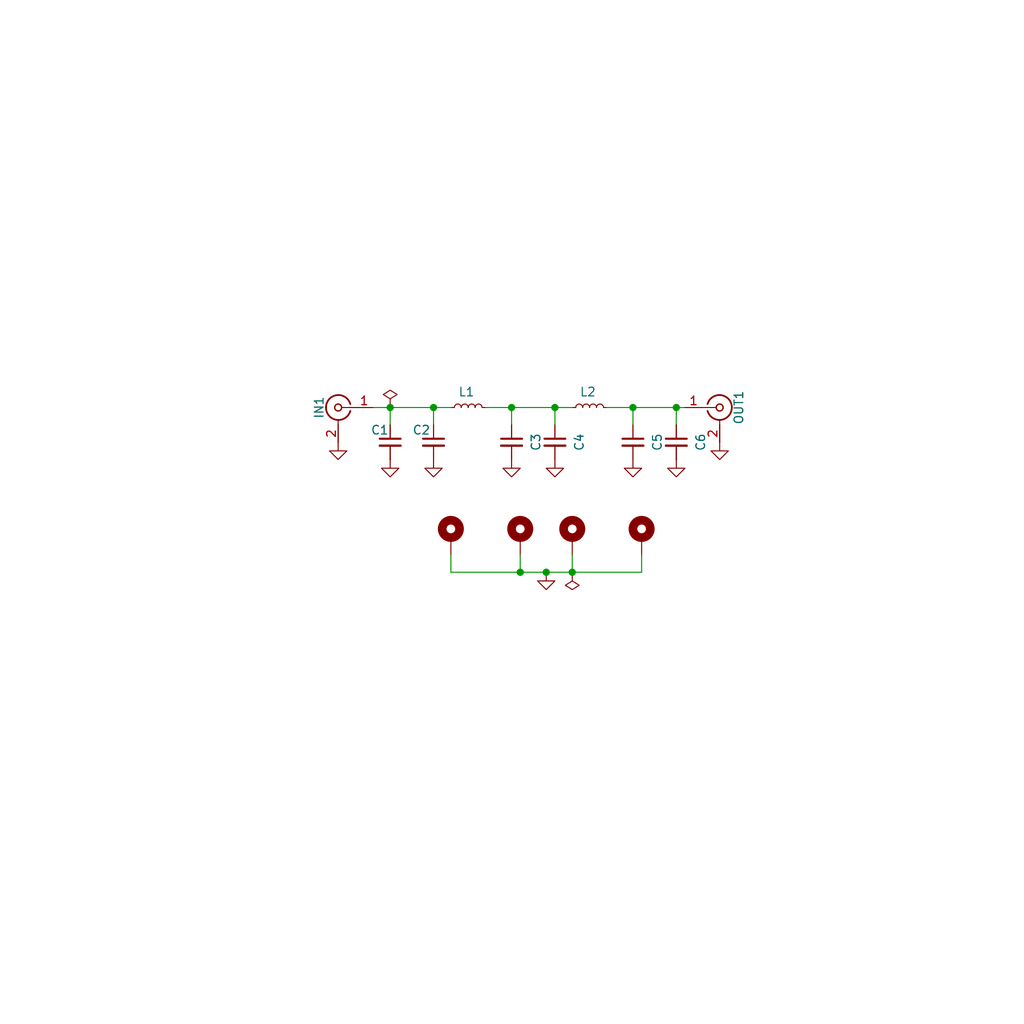
<source format=kicad_sch>
(kicad_sch (version 20240602) (generator "eeschema") (generator_version "8.99")
  (paper "User" 150.012 150.012)
  (title_block (title "5-Pole LPF") (date "2024-06-25") (rev "1.01") (company "Dhiru Kholia (VU3CER)"))
  (lib_symbols
    (symbol "Conn_Coaxial_1" (pin_names (offset 1.016) hide)
      (property "Reference" "J" (at 0.254 3.048 0))
      (property "Value" "Conn_Coaxial" (at 2.921 0 90))
      (symbol "Conn_Coaxial_1_0_1"
        (polyline (pts (xy -2.54 0) (xy -0.508 0)))
        (arc (start 1.778 0) (mid 0.222 -1.8079) (end -1.778 -0.508) (stroke (width 0.254)))
        (arc (start -1.778 0.508) (mid 0.2221 1.8084) (end 1.778 0) (stroke (width 0.254)))
        (circle (center 0 0) (radius 0.508) (stroke (width 0.2032)))
        (polyline (pts (xy 0 -2.54) (xy 0 -1.778)))
      )
      (symbol "Conn_Coaxial_1_1_1"
        (pin passive line (at -5.08 0 0) (length 2.54) (name "In") (number "1"))
        (pin passive line (at 0 -5.08 90) (length 2.54) (name "Ext") (number "2"))
      )
    )
    (symbol "Connector:Conn_Coaxial" (pin_names (offset 1.016) hide)
      (property "Reference" "J" (at 0.254 3.048 0))
      (property "Value" "Conn_Coaxial" (at 2.921 0 90))
      (symbol "Conn_Coaxial_0_1"
        (polyline (pts (xy -2.54 0) (xy -0.508 0)))
        (arc (start 1.778 0) (mid 0.222 -1.8079) (end -1.778 -0.508) (stroke (width 0.254)))
        (arc (start -1.778 0.508) (mid 0.2221 1.8084) (end 1.778 0) (stroke (width 0.254)))
        (circle (center 0 0) (radius 0.508) (stroke (width 0.2032)))
        (polyline (pts (xy 0 -2.54) (xy 0 -1.778)))
      )
      (symbol "Conn_Coaxial_1_1"
        (pin passive line (at -5.08 0 0) (length 2.54) (name "In") (number "1"))
        (pin passive line (at 0 -5.08 90) (length 2.54) (name "Ext") (number "2"))
      )
    )
    (symbol "Device:C_Small" (pin_numbers hide) (pin_names (offset 0.254) hide)
      (property "Reference" "C" (at 0.254 1.778 0))
      (property "Value" "C_Small" (at 0.254 -2.032 0))
      (symbol "C_Small_0_1"
        (polyline (pts (xy -1.524 0.508) (xy 1.524 0.508)) (stroke (width 0.3048)))
        (polyline (pts (xy -1.524 -0.508) (xy 1.524 -0.508)) (stroke (width 0.3302)))
      )
      (symbol "C_Small_1_1"
        (pin passive line (at 0 2.54 270) (length 2.032) (name "~") (number "1"))
        (pin passive line (at 0 -2.54 90) (length 2.032) (name "~") (number "2"))
      )
    )
    (symbol "Device:L_Small" (pin_numbers hide) (pin_names (offset 0.254) hide)
      (property "Reference" "L" (at 0.762 1.016 0))
      (property "Value" "L_Small" (at 0.762 -1.016 0))
      (symbol "L_Small_0_1"
        (arc (start 0 2.032) (mid 0.5058 1.524) (end 0 1.016))
        (arc (start 0 1.016) (mid 0.5058 0.508) (end 0 0))
        (arc (start 0 0) (mid 0.5058 -0.508) (end 0 -1.016))
        (arc (start 0 -1.016) (mid 0.5058 -1.524) (end 0 -2.032))
      )
      (symbol "L_Small_1_1"
        (pin passive line (at 0 2.54 270) (length 0.508) (name "~") (number "1"))
        (pin passive line (at 0 -2.54 90) (length 0.508) (name "~") (number "2"))
      )
    )
    (symbol "Mechanical:MountingHole_Pad" (pin_numbers hide) (pin_names (offset 1.016) hide)
      (property "Reference" "H" (at 0 6.35 0))
      (property "Value" "MountingHole_Pad" (at 0 4.445 0))
      (symbol "MountingHole_Pad_0_1"
        (circle (center 0 1.27) (radius 1.27) (stroke (width 1.27)))
      )
      (symbol "MountingHole_Pad_1_1"
        (pin input line (at 0 -2.54 90) (length 2.54) (name "1") (number "1"))
      )
    )
    (symbol "power:GND" (power) (pin_numbers hide) (pin_names (offset 0) hide)
      (property "Value" "GND" (at 0 -3.81 0))
      (symbol "GND_0_1"
        (polyline (pts (xy 0 0) (xy 0 -1.27) (xy 1.27 -1.27) (xy 0 -2.54) (xy -1.27 -1.27) (xy 0 -1.27)))
      )
      (symbol "GND_1_1"
        (pin power_in line (at 0 0 270) (length 0) (name "~") (number "1"))
      )
    )
    (symbol "power:PWR_FLAG" (power) (pin_numbers hide) (pin_names (offset 0) hide)
      (property "Value" "PWR_FLAG" (at 0 3.81 0))
      (symbol "PWR_FLAG_0_0"
        (pin power_out line (at 0 0 90) (length 0) (name "~") (number "1"))
      )
      (symbol "PWR_FLAG_0_1"
        (polyline (pts (xy 0 0) (xy 0 1.27) (xy -1.016 1.905) (xy 0 2.54) (xy 1.016 1.905) (xy 0 1.27)))
      )
    )
  )
  (junction (at 74.93 59.69))
  (junction (at 92.71 59.69))
  (junction (at 99.06 59.69))
  (junction (at 57.15 59.69))
  (junction (at 76.2 83.82))
  (junction (at 80.01 83.82))
  (junction (at 81.28 59.69))
  (junction (at 63.5 59.69))
  (junction (at 83.82 83.82))
  (wire (pts (xy 54.61 59.69) (xy 57.15 59.69)))
  (wire (pts (xy 80.01 83.82) (xy 83.82 83.82)))
  (wire (pts (xy 63.5 59.69) (xy 63.5 62.23)))
  (wire (pts (xy 83.82 81.28) (xy 83.82 83.82)))
  (wire (pts (xy 57.15 62.23) (xy 57.15 59.69)))
  (wire (pts (xy 99.06 59.69) (xy 100.33 59.69)))
  (wire (pts (xy 63.5 59.69) (xy 66.04 59.69)))
  (wire (pts (xy 81.28 59.69) (xy 81.28 62.23)))
  (wire (pts (xy 99.06 59.69) (xy 99.06 62.23)))
  (wire (pts (xy 92.71 59.69) (xy 99.06 59.69)))
  (wire (pts (xy 81.28 59.69) (xy 83.82 59.69)))
  (wire (pts (xy 66.04 83.82) (xy 76.2 83.82)))
  (wire (pts (xy 71.12 59.69) (xy 74.93 59.69)))
  (wire (pts (xy 88.9 59.69) (xy 92.71 59.69)))
  (wire (pts (xy 93.98 83.82) (xy 93.98 81.28)))
  (wire (pts (xy 74.93 59.69) (xy 81.28 59.69)))
  (wire (pts (xy 74.93 62.23) (xy 74.93 59.69)))
  (wire (pts (xy 76.2 81.28) (xy 76.2 83.82)))
  (wire (pts (xy 76.2 83.82) (xy 80.01 83.82)))
  (wire (pts (xy 92.71 62.23) (xy 92.71 59.69)))
  (wire (pts (xy 66.04 81.28) (xy 66.04 83.82)))
  (wire (pts (xy 57.15 59.69) (xy 63.5 59.69)))
  (wire (pts (xy 83.82 83.82) (xy 93.98 83.82)))
  (symbol (lib_id "Device:L_Small") (at 86.36 59.69 90) (unit 1)
    (property "Reference" "L2" (at 86.106 57.404 90))
    (property "Value" "L_Small" (effects (hide yes)))
    (property "Footprint" "Inductor_THT:L_Toroid_Vertical_L10.0mm_W5.0mm_P5.08mm" (effects (hide yes)))
    (property "Description" "Inductor, small symbol" (effects (hide yes)))
  )
  (symbol (lib_id "power:GND") (at 92.71 67.31 0) (unit 1)
    (property "Reference" "#PWR06" (effects (hide yes)))
    (property "Value" "GND" (effects (hide yes)))
    (property "Description" "Power symbol creates a global label with name \"GND\" , ground" (effects (hide yes)))
  )
  (symbol (lib_id "power:GND") (at 99.06 67.31 0) (unit 1)
    (property "Reference" "#PWR07" (effects (hide yes)))
    (property "Value" "GND" (effects (hide yes)))
    (property "Description" "Power symbol creates a global label with name \"GND\" , ground" (effects (hide yes)))
  )
  (symbol (lib_name "Conn_Coaxial_1") (lib_id "Connector:Conn_Coaxial") (at 49.53 59.69 0) (mirror y) (unit 1)
    (property "Reference" "IN1" (at 46.736 59.69 90))
    (property "Value" "SMA" (effects (hide yes)))
    (property "Footprint" "Connector_Coaxial:SMA_Samtec_SMA-J-P-H-ST-EM1_EdgeMount" (effects (hide yes)))
    (property "Description" "coaxial connector (BNC, SMA, SMB, SMC, Cinch/RCA, LEMO, ...)" (effects (hide yes)))
  )
  (symbol (lib_id "power:GND") (at 63.5 67.31 0) (unit 1)
    (property "Reference" "#PWR05" (effects (hide yes)))
    (property "Value" "GND" (effects (hide yes)))
    (property "Description" "Power symbol creates a global label with name \"GND\" , ground" (effects (hide yes)))
  )
  (symbol (lib_id "Device:C_Small") (at 99.06 64.77 0) (unit 1)
    (property "Reference" "C6" (at 102.616 64.77 90))
    (property "Value" "100n" (effects (hide yes)))
    (property "Footprint" "Capacitor_THT:C_Disc_D5.0mm_W2.5mm_P5.00mm" (effects (hide yes)))
    (property "Description" "Unpolarized capacitor, small symbol" (effects (hide yes)))
  )
  (symbol (lib_id "Mechanical:MountingHole_Pad") (at 66.04 78.74 0) (unit 1)
    (property "Reference" "H1" (effects (hide yes)))
    (property "Value" "MountingHole_Pad" (effects (hide yes)))
    (property "Footprint" "MountingHole:MountingHole_2.2mm_M2_Pad_Via" (effects (hide yes)))
  )
  (symbol (lib_id "Device:L_Small") (at 68.58 59.69 90) (unit 1)
    (property "Reference" "L1" (at 68.326 57.404 90))
    (property "Value" "L_Small" (effects (hide yes)))
    (property "Footprint" "Inductor_THT:L_Toroid_Vertical_L10.0mm_W5.0mm_P5.08mm" (effects (hide yes)))
    (property "Description" "Inductor, small symbol" (effects (hide yes)))
  )
  (symbol (lib_id "power:PWR_FLAG") (at 57.15 59.69 0) (unit 1)
    (property "Reference" "#FLG01" (effects (hide yes)))
    (property "Value" "PWR_FLAG" (effects (hide yes)))
    (property "Description" "Special symbol for telling ERC where power comes from" (effects (hide yes)))
  )
  (symbol (lib_id "power:GND") (at 105.41 64.77 0) (mirror y) (unit 1)
    (property "Reference" "#PWR03" (effects (hide yes)))
    (property "Value" "GND" (effects (hide yes)))
    (property "Description" "Power symbol creates a global label with name \"GND\" , ground" (effects (hide yes)))
  )
  (symbol (lib_id "power:GND") (at 57.15 67.31 0) (unit 1)
    (property "Reference" "#PWR04" (effects (hide yes)))
    (property "Value" "GND" (effects (hide yes)))
    (property "Description" "Power symbol creates a global label with name \"GND\" , ground" (effects (hide yes)))
  )
  (symbol (lib_id "Mechanical:MountingHole_Pad") (at 76.2 78.74 0) (unit 1)
    (property "Reference" "H2" (effects (hide yes)))
    (property "Value" "MountingHole_Pad" (effects (hide yes)))
    (property "Footprint" "MountingHole:MountingHole_2.2mm_M2_Pad_Via" (effects (hide yes)))
  )
  (symbol (lib_id "power:GND") (at 80.01 83.82 0) (unit 1)
    (property "Reference" "#PWR01" (effects (hide yes)))
    (property "Value" "GND" (effects (hide yes)))
    (property "Description" "Power symbol creates a global label with name \"GND\" , ground" (effects (hide yes)))
  )
  (symbol (lib_id "power:GND") (at 74.93 67.31 0) (unit 1)
    (property "Reference" "#PWR08" (effects (hide yes)))
    (property "Value" "GND" (effects (hide yes)))
    (property "Description" "Power symbol creates a global label with name \"GND\" , ground" (effects (hide yes)))
  )
  (symbol (lib_id "power:GND") (at 49.53 64.77 0) (unit 1)
    (property "Reference" "#PWR02" (effects (hide yes)))
    (property "Value" "GND" (effects (hide yes)))
    (property "Description" "Power symbol creates a global label with name \"GND\" , ground" (effects (hide yes)))
  )
  (symbol (lib_id "power:GND") (at 81.28 67.31 0) (unit 1)
    (property "Reference" "#PWR09" (effects (hide yes)))
    (property "Value" "GND" (effects (hide yes)))
    (property "Description" "Power symbol creates a global label with name \"GND\" , ground" (effects (hide yes)))
  )
  (symbol (lib_id "Device:C_Small") (at 92.71 64.77 0) (unit 1)
    (property "Reference" "C5" (at 96.266 64.77 90))
    (property "Value" "100n" (effects (hide yes)))
    (property "Footprint" "Capacitor_THT:C_Disc_D5.0mm_W2.5mm_P5.00mm" (effects (hide yes)))
    (property "Description" "Unpolarized capacitor, small symbol" (effects (hide yes)))
  )
  (symbol (lib_id "Device:C_Small") (at 57.15 64.77 0) (unit 1)
    (property "Reference" "C1" (at 55.626 62.992 0))
    (property "Value" "100n" (effects (hide yes)))
    (property "Footprint" "Capacitor_THT:C_Disc_D5.0mm_W2.5mm_P5.00mm" (effects (hide yes)))
    (property "Description" "Unpolarized capacitor, small symbol" (effects (hide yes)))
  )
  (symbol (lib_id "Device:C_Small") (at 63.5 64.77 0) (unit 1)
    (property "Reference" "C2" (at 61.722 62.992 0))
    (property "Value" "100n" (effects (hide yes)))
    (property "Footprint" "Capacitor_THT:C_Disc_D5.0mm_W2.5mm_P5.00mm" (effects (hide yes)))
    (property "Description" "Unpolarized capacitor, small symbol" (effects (hide yes)))
  )
  (symbol (lib_id "Device:C_Small") (at 81.28 64.77 0) (unit 1)
    (property "Reference" "C4" (at 84.836 64.77 90))
    (property "Value" "100n" (effects (hide yes)))
    (property "Footprint" "Capacitor_THT:C_Disc_D5.0mm_W2.5mm_P5.00mm" (effects (hide yes)))
    (property "Description" "Unpolarized capacitor, small symbol" (effects (hide yes)))
  )
  (symbol (lib_id "power:PWR_FLAG") (at 83.82 83.82 180) (unit 1)
    (property "Reference" "#FLG02" (effects (hide yes)))
    (property "Value" "PWR_FLAG" (effects (hide yes)))
    (property "Description" "Special symbol for telling ERC where power comes from" (effects (hide yes)))
  )
  (symbol (lib_id "Mechanical:MountingHole_Pad") (at 83.82 78.74 0) (unit 1)
    (property "Reference" "H3" (effects (hide yes)))
    (property "Value" "MountingHole_Pad" (effects (hide yes)))
    (property "Footprint" "MountingHole:MountingHole_2.2mm_M2_Pad_Via" (effects (hide yes)))
  )
  (symbol (lib_id "Device:C_Small") (at 74.93 64.77 0) (unit 1)
    (property "Reference" "C3" (at 78.486 64.77 90))
    (property "Value" "100n" (effects (hide yes)))
    (property "Footprint" "Capacitor_THT:C_Disc_D5.0mm_W2.5mm_P5.00mm" (effects (hide yes)))
    (property "Description" "Unpolarized capacitor, small symbol" (effects (hide yes)))
  )
  (symbol (lib_id "Connector:Conn_Coaxial") (at 105.41 59.69 0) (unit 1)
    (property "Reference" "OUT1" (at 108.204 59.69 90))
    (property "Value" "SMA" (effects (hide yes)))
    (property "Footprint" "Connector_Coaxial:SMA_Samtec_SMA-J-P-H-ST-EM1_EdgeMount" (effects (hide yes)))
    (property "Description" "coaxial connector (BNC, SMA, SMB, SMC, Cinch/RCA, LEMO, ...)" (effects (hide yes)))
  )
  (symbol (lib_id "Mechanical:MountingHole_Pad") (at 93.98 78.74 0) (mirror y) (unit 1)
    (property "Reference" "H4" (effects (hide yes)))
    (property "Value" "MountingHole_Pad" (effects (hide yes)))
    (property "Footprint" "MountingHole:MountingHole_2.2mm_M2_Pad_Via" (effects (hide yes)))
  )
)
</source>
